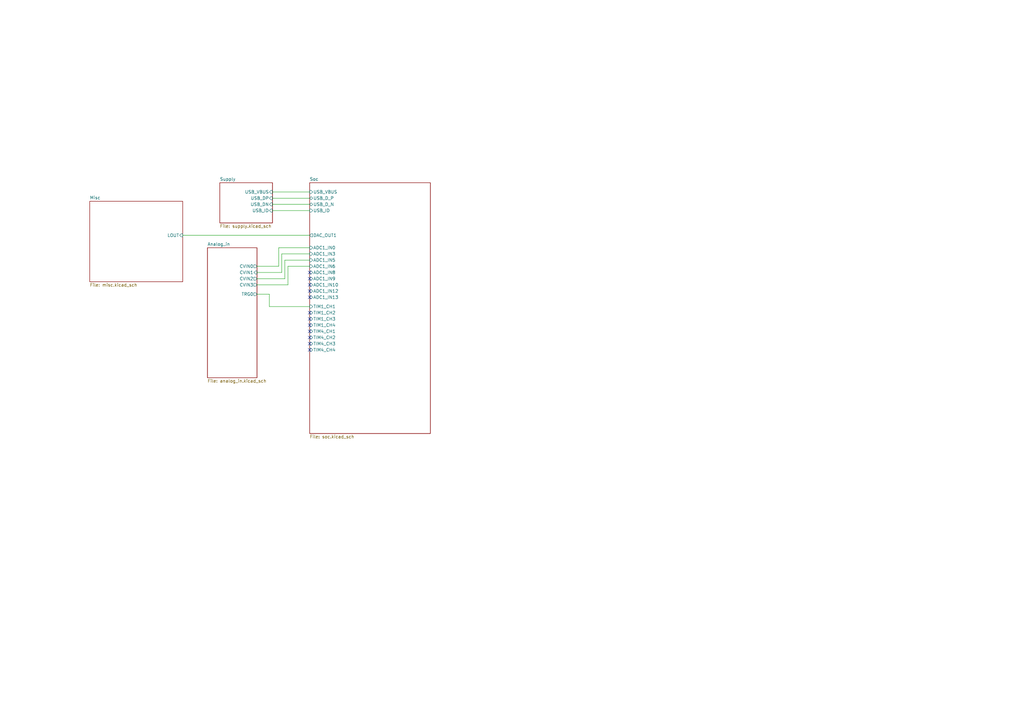
<source format=kicad_sch>
(kicad_sch
	(version 20231120)
	(generator "eeschema")
	(generator_version "8.0")
	(uuid "d73e377a-a016-415f-8824-91cc6e4907b9")
	(paper "A3")
	(lib_symbols)
	(no_connect
		(at 127 133.35)
		(uuid "2253581c-26a6-41a4-9321-dbb83ca55279")
	)
	(no_connect
		(at 127 140.97)
		(uuid "5637e872-7f4d-42e5-9806-9a49f0cc1d6b")
	)
	(no_connect
		(at 127 135.89)
		(uuid "8280f6cc-9773-44b7-81b9-129d7131cafe")
	)
	(no_connect
		(at 127 143.51)
		(uuid "948813ae-592d-4cf8-b536-e7ffad313ce6")
	)
	(no_connect
		(at 127 114.3)
		(uuid "9b55efd0-26f5-42da-97d0-7600c208448d")
	)
	(no_connect
		(at 127 119.38)
		(uuid "a701f4a9-1edd-4e01-8a06-cdffdf642550")
	)
	(no_connect
		(at 127 130.81)
		(uuid "b684e637-4fc1-42e2-bd2b-cfa05eb28819")
	)
	(no_connect
		(at 127 116.84)
		(uuid "cb1f45e2-5b4c-43c1-9441-4b6462b04634")
	)
	(no_connect
		(at 127 121.92)
		(uuid "d9f6b19b-b61d-44c1-a46e-7896f674a097")
	)
	(no_connect
		(at 127 111.76)
		(uuid "e555a2eb-36c7-40ff-93fb-77ffebb7c584")
	)
	(no_connect
		(at 127 138.43)
		(uuid "fb01ca01-18d8-40e3-a598-9571187c7674")
	)
	(no_connect
		(at 127 128.27)
		(uuid "fb1800ee-d201-4951-ae0b-12be862b840d")
	)
	(wire
		(pts
			(xy 74.93 96.52) (xy 127 96.52)
		)
		(stroke
			(width 0)
			(type default)
		)
		(uuid "001e2878-d040-4549-a5d2-4d3a65a20d74")
	)
	(wire
		(pts
			(xy 105.41 109.22) (xy 114.3 109.22)
		)
		(stroke
			(width 0)
			(type default)
		)
		(uuid "04a2c7f0-9fbc-4888-92b6-b50eafd8afc0")
	)
	(wire
		(pts
			(xy 110.49 125.73) (xy 127 125.73)
		)
		(stroke
			(width 0)
			(type default)
		)
		(uuid "284b22b6-90d5-4b8a-b895-e5b02e655cba")
	)
	(wire
		(pts
			(xy 118.11 109.22) (xy 127 109.22)
		)
		(stroke
			(width 0)
			(type default)
		)
		(uuid "33df5c42-42b5-4de2-854c-846eedbb4262")
	)
	(wire
		(pts
			(xy 111.76 86.36) (xy 127 86.36)
		)
		(stroke
			(width 0)
			(type default)
		)
		(uuid "3ccac4f7-cae2-47f5-b6cc-87ceeee5882c")
	)
	(wire
		(pts
			(xy 111.76 81.28) (xy 127 81.28)
		)
		(stroke
			(width 0)
			(type default)
		)
		(uuid "4d5075d1-2fc4-4e36-994d-6134bea203a8")
	)
	(wire
		(pts
			(xy 114.3 109.22) (xy 114.3 101.6)
		)
		(stroke
			(width 0)
			(type default)
		)
		(uuid "50433cf5-cef8-49c1-b819-ac7e6aae657b")
	)
	(wire
		(pts
			(xy 116.84 114.3) (xy 116.84 106.68)
		)
		(stroke
			(width 0)
			(type default)
		)
		(uuid "5dd0af19-f2ac-4fe8-a177-be252573fb6c")
	)
	(wire
		(pts
			(xy 105.41 114.3) (xy 116.84 114.3)
		)
		(stroke
			(width 0)
			(type default)
		)
		(uuid "67217c99-f6e1-4891-833c-f63f5d48bc95")
	)
	(wire
		(pts
			(xy 115.57 104.14) (xy 127 104.14)
		)
		(stroke
			(width 0)
			(type default)
		)
		(uuid "72ece8d2-0929-455f-a3b7-651a05149189")
	)
	(wire
		(pts
			(xy 115.57 111.76) (xy 115.57 104.14)
		)
		(stroke
			(width 0)
			(type default)
		)
		(uuid "94d64f28-25c1-4e89-a1c0-71350b79bba7")
	)
	(wire
		(pts
			(xy 118.11 116.84) (xy 118.11 109.22)
		)
		(stroke
			(width 0)
			(type default)
		)
		(uuid "a50683a8-8da1-461a-85fa-5cce09eebb1c")
	)
	(wire
		(pts
			(xy 111.76 83.82) (xy 127 83.82)
		)
		(stroke
			(width 0)
			(type default)
		)
		(uuid "b466603a-47f8-42c9-b39b-4288ac87cb77")
	)
	(wire
		(pts
			(xy 110.49 120.65) (xy 110.49 125.73)
		)
		(stroke
			(width 0)
			(type default)
		)
		(uuid "b86b777c-54e8-429d-82ad-ea9b19cb1c68")
	)
	(wire
		(pts
			(xy 114.3 101.6) (xy 127 101.6)
		)
		(stroke
			(width 0)
			(type default)
		)
		(uuid "c5436816-038a-4bbf-81ce-5ac6723edab0")
	)
	(wire
		(pts
			(xy 105.41 116.84) (xy 118.11 116.84)
		)
		(stroke
			(width 0)
			(type default)
		)
		(uuid "c5a80061-adfe-4f8e-b16c-fb7b6ce56fc7")
	)
	(wire
		(pts
			(xy 111.76 78.74) (xy 127 78.74)
		)
		(stroke
			(width 0)
			(type default)
		)
		(uuid "c78bab26-8319-4d55-b511-c03ff8801e6f")
	)
	(wire
		(pts
			(xy 105.41 120.65) (xy 110.49 120.65)
		)
		(stroke
			(width 0)
			(type default)
		)
		(uuid "d0b833c8-485d-4b67-90ca-9f07f2f7b6c3")
	)
	(wire
		(pts
			(xy 105.41 111.76) (xy 115.57 111.76)
		)
		(stroke
			(width 0)
			(type default)
		)
		(uuid "ed739b04-0454-45f1-80d0-36abbf3403e2")
	)
	(wire
		(pts
			(xy 116.84 106.68) (xy 127 106.68)
		)
		(stroke
			(width 0)
			(type default)
		)
		(uuid "f91d4848-1f46-4727-bb29-2c2b1dabcaa8")
	)
	(sheet
		(at 90.17 74.93)
		(size 21.59 16.51)
		(fields_autoplaced yes)
		(stroke
			(width 0.1524)
			(type solid)
		)
		(fill
			(color 0 0 0 0.0000)
		)
		(uuid "22ca5166-338c-4a24-8f8a-545e4a0286bf")
		(property "Sheetname" "Supply"
			(at 90.17 74.2184 0)
			(effects
				(font
					(size 1.27 1.27)
				)
				(justify left bottom)
			)
		)
		(property "Sheetfile" "supply.kicad_sch"
			(at 90.17 92.0246 0)
			(effects
				(font
					(size 1.27 1.27)
				)
				(justify left top)
			)
		)
		(pin "USB_DP" input
			(at 111.76 81.28 0)
			(effects
				(font
					(size 1.27 1.27)
				)
				(justify right)
			)
			(uuid "426df6c5-5864-499b-ba23-df53c805784d")
		)
		(pin "USB_DN" input
			(at 111.76 83.82 0)
			(effects
				(font
					(size 1.27 1.27)
				)
				(justify right)
			)
			(uuid "253b2d1a-aeb5-4a2f-ba18-94e7a80b1aeb")
		)
		(pin "USB_VBUS" input
			(at 111.76 78.74 0)
			(effects
				(font
					(size 1.27 1.27)
				)
				(justify right)
			)
			(uuid "ef8d18b4-5d4a-40ef-b5a2-8d5df2c92856")
		)
		(pin "USB_ID" input
			(at 111.76 86.36 0)
			(effects
				(font
					(size 1.27 1.27)
				)
				(justify right)
			)
			(uuid "772182b5-f6b7-4d04-914d-f473df6e1e3b")
		)
		(instances
			(project "asynthosc"
				(path "/d73e377a-a016-415f-8824-91cc6e4907b9"
					(page "2")
				)
			)
		)
	)
	(sheet
		(at 85.09 101.6)
		(size 20.32 53.34)
		(fields_autoplaced yes)
		(stroke
			(width 0.1524)
			(type solid)
		)
		(fill
			(color 0 0 0 0.0000)
		)
		(uuid "5f8430bb-1923-4d76-b418-f207310879ec")
		(property "Sheetname" "Analog_in"
			(at 85.09 100.8884 0)
			(effects
				(font
					(size 1.27 1.27)
				)
				(justify left bottom)
			)
		)
		(property "Sheetfile" "analog_in.kicad_sch"
			(at 85.09 155.5246 0)
			(effects
				(font
					(size 1.27 1.27)
				)
				(justify left top)
			)
		)
		(pin "CVIN1" input
			(at 105.41 111.76 0)
			(effects
				(font
					(size 1.27 1.27)
				)
				(justify right)
			)
			(uuid "7a0ceb2e-f92d-4ced-85b9-8b6c06ff5e08")
		)
		(pin "CVIN2" output
			(at 105.41 114.3 0)
			(effects
				(font
					(size 1.27 1.27)
				)
				(justify right)
			)
			(uuid "0ee58cb4-ed29-4eda-9932-d8b13d91742a")
		)
		(pin "TRG0" output
			(at 105.41 120.65 0)
			(effects
				(font
					(size 1.27 1.27)
				)
				(justify right)
			)
			(uuid "8d0cc3ad-9724-477e-babe-b61eed48345d")
		)
		(pin "CVIN3" output
			(at 105.41 116.84 0)
			(effects
				(font
					(size 1.27 1.27)
				)
				(justify right)
			)
			(uuid "a86293a6-c35b-4889-a912-3249a2c9eadf")
		)
		(pin "CVIN0" output
			(at 105.41 109.22 0)
			(effects
				(font
					(size 1.27 1.27)
				)
				(justify right)
			)
			(uuid "9698e561-191b-488a-955e-805d1e3407b7")
		)
		(instances
			(project "asynthosc"
				(path "/d73e377a-a016-415f-8824-91cc6e4907b9"
					(page "4")
				)
			)
		)
	)
	(sheet
		(at 36.83 82.55)
		(size 38.1 33.02)
		(fields_autoplaced yes)
		(stroke
			(width 0.1524)
			(type solid)
		)
		(fill
			(color 0 0 0 0.0000)
		)
		(uuid "7d8430fa-40d5-422d-97f7-702a1a4b7211")
		(property "Sheetname" "Misc"
			(at 36.83 81.8384 0)
			(effects
				(font
					(size 1.27 1.27)
				)
				(justify left bottom)
			)
		)
		(property "Sheetfile" "misc.kicad_sch"
			(at 36.83 116.1546 0)
			(effects
				(font
					(size 1.27 1.27)
				)
				(justify left top)
			)
		)
		(pin "LOUT" input
			(at 74.93 96.52 0)
			(effects
				(font
					(size 1.27 1.27)
				)
				(justify right)
			)
			(uuid "7452fcb5-ab8b-4efa-9f05-b3e8770dcb9e")
		)
		(instances
			(project "asynthosc"
				(path "/d73e377a-a016-415f-8824-91cc6e4907b9"
					(page "5")
				)
			)
		)
	)
	(sheet
		(at 127 74.93)
		(size 49.53 102.87)
		(fields_autoplaced yes)
		(stroke
			(width 0.1524)
			(type solid)
		)
		(fill
			(color 0 0 0 0.0000)
		)
		(uuid "dee5e89d-6774-4f8d-b6d8-6a859b9e32e8")
		(property "Sheetname" "Soc"
			(at 127 74.2184 0)
			(effects
				(font
					(size 1.27 1.27)
				)
				(justify left bottom)
			)
		)
		(property "Sheetfile" "soc.kicad_sch"
			(at 127 178.3846 0)
			(effects
				(font
					(size 1.27 1.27)
				)
				(justify left top)
			)
		)
		(pin "USB_VBUS" input
			(at 127 78.74 180)
			(effects
				(font
					(size 1.27 1.27)
				)
				(justify left)
			)
			(uuid "07535263-9aaa-4461-8896-3ba0e0bc774d")
		)
		(pin "USB_D_N" bidirectional
			(at 127 83.82 180)
			(effects
				(font
					(size 1.27 1.27)
				)
				(justify left)
			)
			(uuid "d82f8290-d393-45ea-ae3e-f5ae61300db8")
		)
		(pin "USB_D_P" bidirectional
			(at 127 81.28 180)
			(effects
				(font
					(size 1.27 1.27)
				)
				(justify left)
			)
			(uuid "38b0066b-07ff-411c-a5e4-e6cedf5fa737")
		)
		(pin "USB_ID" input
			(at 127 86.36 180)
			(effects
				(font
					(size 1.27 1.27)
				)
				(justify left)
			)
			(uuid "58e81363-a281-488a-9f81-6d5fd31882b1")
		)
		(pin "ADC1_IN9" input
			(at 127 114.3 180)
			(effects
				(font
					(size 1.27 1.27)
				)
				(justify left)
			)
			(uuid "4f698ec8-6c8b-4f9e-af26-3ee020aae582")
		)
		(pin "ADC1_IN8" input
			(at 127 111.76 180)
			(effects
				(font
					(size 1.27 1.27)
				)
				(justify left)
			)
			(uuid "8951a5e0-85cb-4f92-852b-483132e047be")
		)
		(pin "ADC1_IN0" input
			(at 127 101.6 180)
			(effects
				(font
					(size 1.27 1.27)
				)
				(justify left)
			)
			(uuid "0f04101c-8bbe-44f4-84bd-b9451c59f494")
		)
		(pin "ADC1_IN3" input
			(at 127 104.14 180)
			(effects
				(font
					(size 1.27 1.27)
				)
				(justify left)
			)
			(uuid "b9813c3b-4d58-4b77-82e1-0150d8d04176")
		)
		(pin "ADC1_IN5" input
			(at 127 106.68 180)
			(effects
				(font
					(size 1.27 1.27)
				)
				(justify left)
			)
			(uuid "ed76803b-75bd-45db-82e4-a9e8193a0572")
		)
		(pin "ADC1_IN6" input
			(at 127 109.22 180)
			(effects
				(font
					(size 1.27 1.27)
				)
				(justify left)
			)
			(uuid "6cfda76f-650a-49be-8c72-c28e64842939")
		)
		(pin "DAC_OUT1" output
			(at 127 96.52 180)
			(effects
				(font
					(size 1.27 1.27)
				)
				(justify left)
			)
			(uuid "fd9afaab-3d07-420a-be08-0f00f891c905")
		)
		(pin "ADC1_IN10" input
			(at 127 116.84 180)
			(effects
				(font
					(size 1.27 1.27)
				)
				(justify left)
			)
			(uuid "e239514c-d5e0-4fd4-a0f2-fdc7efc2aba3")
		)
		(pin "ADC1_IN12" input
			(at 127 119.38 180)
			(effects
				(font
					(size 1.27 1.27)
				)
				(justify left)
			)
			(uuid "b9a9625f-679f-4dd4-8a55-8d874a593345")
		)
		(pin "ADC1_IN13" input
			(at 127 121.92 180)
			(effects
				(font
					(size 1.27 1.27)
				)
				(justify left)
			)
			(uuid "b25769d7-11df-4183-bab1-0cf6773d6f40")
		)
		(pin "TIM1_CH1" input
			(at 127 125.73 180)
			(effects
				(font
					(size 1.27 1.27)
				)
				(justify left)
			)
			(uuid "1337ad23-dbdd-4afd-a7b1-4bdf0fd24cc3")
		)
		(pin "TIM1_CH2" input
			(at 127 128.27 180)
			(effects
				(font
					(size 1.27 1.27)
				)
				(justify left)
			)
			(uuid "7e4a5fb0-7967-43a4-b966-aa65680071d5")
		)
		(pin "TIM1_CH4" input
			(at 127 133.35 180)
			(effects
				(font
					(size 1.27 1.27)
				)
				(justify left)
			)
			(uuid "b7efa654-6f8e-422d-af2c-ea3043b09b84")
		)
		(pin "TIM1_CH3" input
			(at 127 130.81 180)
			(effects
				(font
					(size 1.27 1.27)
				)
				(justify left)
			)
			(uuid "650a1dac-d3c1-4547-9d31-5e244fd28ea4")
		)
		(pin "TIM4_CH1" input
			(at 127 135.89 180)
			(effects
				(font
					(size 1.27 1.27)
				)
				(justify left)
			)
			(uuid "0dd3c1e3-107d-41b6-a7fe-b49375509b2f")
		)
		(pin "TIM4_CH2" input
			(at 127 138.43 180)
			(effects
				(font
					(size 1.27 1.27)
				)
				(justify left)
			)
			(uuid "b1409d0c-4a54-47a4-843c-c0111b554f5d")
		)
		(pin "TIM4_CH3" input
			(at 127 140.97 180)
			(effects
				(font
					(size 1.27 1.27)
				)
				(justify left)
			)
			(uuid "0288740e-df52-40e6-bff1-362d54787f5e")
		)
		(pin "TIM4_CH4" input
			(at 127 143.51 180)
			(effects
				(font
					(size 1.27 1.27)
				)
				(justify left)
			)
			(uuid "416473d0-9355-4650-9169-615a4f0942ae")
		)
		(instances
			(project "asynthosc"
				(path "/d73e377a-a016-415f-8824-91cc6e4907b9"
					(page "3")
				)
			)
		)
	)
	(sheet_instances
		(path "/"
			(page "1")
		)
	)
)

</source>
